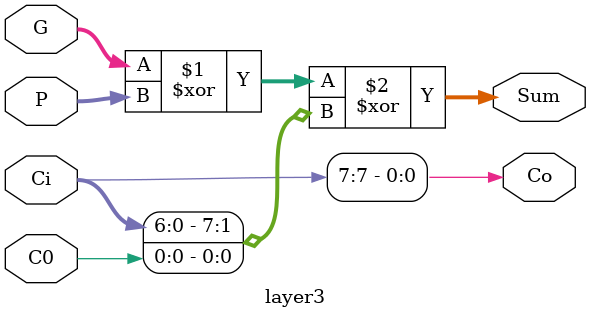
<source format=v>
`timescale 1ns / 1ps


module layer3(P,G,Ci,C0,Sum,Co);
input [7:0] P,G,Ci;
input C0;
output [7:0] Sum;
output Co;
assign Sum = G^P^{Ci[6:0],C0};
assign Co = Ci[7];
endmodule

</source>
